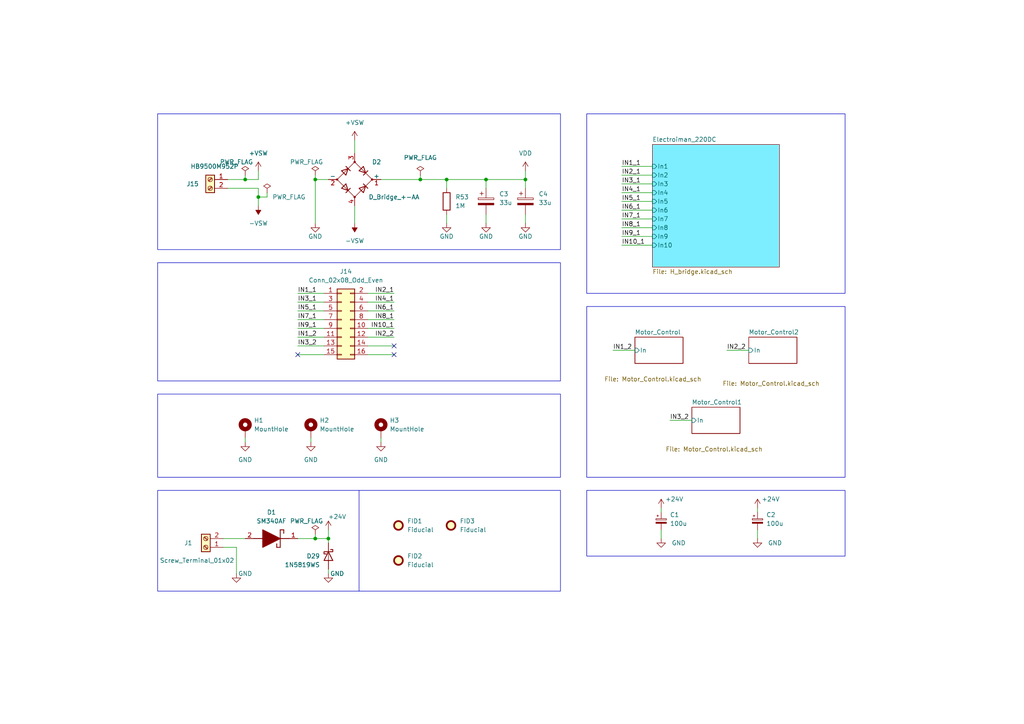
<source format=kicad_sch>
(kicad_sch (version 20230121) (generator eeschema)
  (paper "A4")
  (lib_symbols
    (symbol "Connector:Screw_Terminal_01x02" (pin_names (offset 1.016) hide)
      (property "Reference" "J" (at 0 2.54 0))
      (property "Value" "Screw_Terminal_01x02" (at 0 -5.08 0))
      (symbol "Screw_Terminal_01x02_1_1"
        (rectangle (start -1.27 1.27) (end 1.27 -3.81) (stroke (width 0.254)) (fill (type background)))
        (circle (center 0 -2.54) (radius 0.635) (stroke (width 0.1524)))
        (polyline (pts (xy -0.5334 -2.2098) (xy 0.3302 -3.048)) (stroke (width 0.1524)))
        (polyline (pts (xy -0.5334 0.3302) (xy 0.3302 -0.508)) (stroke (width 0.1524)))
        (polyline (pts (xy -0.3556 -2.032) (xy 0.508 -2.8702)) (stroke (width 0.1524)))
        (polyline (pts (xy -0.3556 0.508) (xy 0.508 -0.3302)) (stroke (width 0.1524)))
        (circle (center 0 0) (radius 0.635) (stroke (width 0.1524)))
        (pin passive line (at -5.08 0 0) (length 3.81) (name "Pin_1") (number "1"))
        (pin passive line (at -5.08 -2.54 0) (length 3.81) (name "Pin_2") (number "2"))
      )
    )
    (symbol "Connector_Generic:Conn_02x08_Odd_Even" (pin_names (offset 1.016) hide)
      (property "Reference" "J" (at 1.27 10.16 0))
      (property "Value" "Conn_02x08_Odd_Even" (at 1.27 -12.7 0))
      (symbol "Conn_02x08_Odd_Even_1_1"
        (rectangle (start -1.27 -10.033) (end 0 -10.287) (stroke (width 0.1524)))
        (rectangle (start -1.27 -7.493) (end 0 -7.747) (stroke (width 0.1524)))
        (rectangle (start -1.27 -4.953) (end 0 -5.207) (stroke (width 0.1524)))
        (rectangle (start -1.27 -2.413) (end 0 -2.667) (stroke (width 0.1524)))
        (rectangle (start -1.27 0.127) (end 0 -0.127) (stroke (width 0.1524)))
        (rectangle (start -1.27 2.667) (end 0 2.413) (stroke (width 0.1524)))
        (rectangle (start -1.27 5.207) (end 0 4.953) (stroke (width 0.1524)))
        (rectangle (start -1.27 7.747) (end 0 7.493) (stroke (width 0.1524)))
        (rectangle (start -1.27 8.89) (end 3.81 -11.43) (stroke (width 0.254)) (fill (type background)))
        (rectangle (start 3.81 -10.033) (end 2.54 -10.287) (stroke (width 0.1524)))
        (rectangle (start 3.81 -7.493) (end 2.54 -7.747) (stroke (width 0.1524)))
        (rectangle (start 3.81 -4.953) (end 2.54 -5.207) (stroke (width 0.1524)))
        (rectangle (start 3.81 -2.413) (end 2.54 -2.667) (stroke (width 0.1524)))
        (rectangle (start 3.81 0.127) (end 2.54 -0.127) (stroke (width 0.1524)))
        (rectangle (start 3.81 2.667) (end 2.54 2.413) (stroke (width 0.1524)))
        (rectangle (start 3.81 5.207) (end 2.54 4.953) (stroke (width 0.1524)))
        (rectangle (start 3.81 7.747) (end 2.54 7.493) (stroke (width 0.1524)))
        (pin passive line (at -5.08 7.62 0) (length 3.81) (name "Pin_1") (number "1"))
        (pin passive line (at 7.62 -2.54 180) (length 3.81) (name "Pin_10") (number "10"))
        (pin passive line (at -5.08 -5.08 0) (length 3.81) (name "Pin_11") (number "11"))
        (pin passive line (at 7.62 -5.08 180) (length 3.81) (name "Pin_12") (number "12"))
        (pin passive line (at -5.08 -7.62 0) (length 3.81) (name "Pin_13") (number "13"))
        (pin passive line (at 7.62 -7.62 180) (length 3.81) (name "Pin_14") (number "14"))
        (pin passive line (at -5.08 -10.16 0) (length 3.81) (name "Pin_15") (number "15"))
        (pin passive line (at 7.62 -10.16 180) (length 3.81) (name "Pin_16") (number "16"))
        (pin passive line (at 7.62 7.62 180) (length 3.81) (name "Pin_2") (number "2"))
        (pin passive line (at -5.08 5.08 0) (length 3.81) (name "Pin_3") (number "3"))
        (pin passive line (at 7.62 5.08 180) (length 3.81) (name "Pin_4") (number "4"))
        (pin passive line (at -5.08 2.54 0) (length 3.81) (name "Pin_5") (number "5"))
        (pin passive line (at 7.62 2.54 180) (length 3.81) (name "Pin_6") (number "6"))
        (pin passive line (at -5.08 0 0) (length 3.81) (name "Pin_7") (number "7"))
        (pin passive line (at 7.62 0 180) (length 3.81) (name "Pin_8") (number "8"))
        (pin passive line (at -5.08 -2.54 0) (length 3.81) (name "Pin_9") (number "9"))
      )
    )
    (symbol "Device:C_Polarized" (pin_numbers hide) (pin_names (offset 0.254))
      (property "Reference" "C" (at 0.635 2.54 0))
      (property "Value" "C_Polarized" (at 0.635 -2.54 0))
      (symbol "C_Polarized_0_1"
        (rectangle (start -2.286 0.508) (end 2.286 1.016))
        (polyline (pts (xy -1.778 2.286) (xy -0.762 2.286)))
        (polyline (pts (xy -1.27 2.794) (xy -1.27 1.778)))
        (rectangle (start 2.286 -0.508) (end -2.286 -1.016) (fill (type outline)))
      )
      (symbol "C_Polarized_1_1"
        (pin passive line (at 0 3.81 270) (length 2.794) (name "~") (number "1"))
        (pin passive line (at 0 -3.81 90) (length 2.794) (name "~") (number "2"))
      )
    )
    (symbol "Device:C_Polarized_Small" (pin_numbers hide) (pin_names (offset 0.254) hide)
      (property "Reference" "C" (at 0.254 1.778 0))
      (property "Value" "C_Polarized_Small" (at 0.254 -2.032 0))
      (symbol "C_Polarized_Small_0_1"
        (rectangle (start -1.524 -0.3048) (end 1.524 -0.6858) (fill (type outline)))
        (rectangle (start -1.524 0.6858) (end 1.524 0.3048))
        (polyline (pts (xy -1.27 1.524) (xy -0.762 1.524)))
        (polyline (pts (xy -1.016 1.27) (xy -1.016 1.778)))
      )
      (symbol "C_Polarized_Small_1_1"
        (pin passive line (at 0 2.54 270) (length 1.8542) (name "~") (number "1"))
        (pin passive line (at 0 -2.54 90) (length 1.8542) (name "~") (number "2"))
      )
    )
    (symbol "Device:D_Bridge_+-AA" (pin_names (offset 0))
      (property "Reference" "D" (at 2.54 6.985 0))
      (property "Value" "D_Bridge_+-AA" (at 2.54 5.08 0))
      (symbol "D_Bridge_+-AA_0_1"
        (circle (center -5.08 0) (radius 0.254) (fill (type outline)))
        (circle (center 0 -5.08) (radius 0.254) (fill (type outline)))
        (polyline (pts (xy -2.54 3.81) (xy -1.27 2.54)) (stroke (width 0.254)))
        (polyline (pts (xy -1.27 -2.54) (xy -2.54 -3.81)) (stroke (width 0.254)))
        (polyline (pts (xy 2.54 -1.27) (xy 3.81 -2.54)) (stroke (width 0.254)))
        (polyline (pts (xy 2.54 1.27) (xy 3.81 2.54)) (stroke (width 0.254)))
        (polyline (pts (xy -3.81 2.54) (xy -2.54 1.27) (xy -1.905 3.175) (xy -3.81 2.54)) (stroke (width 0.254)))
        (polyline (pts (xy -2.54 -1.27) (xy -3.81 -2.54) (xy -1.905 -3.175) (xy -2.54 -1.27)) (stroke (width 0.254)))
        (polyline (pts (xy 1.27 2.54) (xy 2.54 3.81) (xy 3.175 1.905) (xy 1.27 2.54)) (stroke (width 0.254)))
        (polyline (pts (xy 3.175 -1.905) (xy 1.27 -2.54) (xy 2.54 -3.81) (xy 3.175 -1.905)) (stroke (width 0.254)))
        (polyline (pts (xy -5.08 0) (xy 0 -5.08) (xy 5.08 0) (xy 0 5.08) (xy -5.08 0)))
        (circle (center 0 5.08) (radius 0.254) (fill (type outline)))
        (circle (center 5.08 0) (radius 0.254) (fill (type outline)))
      )
      (symbol "D_Bridge_+-AA_1_1"
        (pin passive line (at 7.62 0 180) (length 2.54) (name "+") (number "1"))
        (pin passive line (at -7.62 0 0) (length 2.54) (name "-") (number "2"))
        (pin passive line (at 0 7.62 270) (length 2.54) (name "~") (number "3"))
        (pin passive line (at 0 -7.62 90) (length 2.54) (name "~") (number "4"))
      )
    )
    (symbol "Device:R" (pin_numbers hide) (pin_names (offset 0))
      (property "Reference" "R" (at 2.032 0 90))
      (property "Value" "R" (at 0 0 90))
      (symbol "R_0_1"
        (rectangle (start -1.016 -2.54) (end 1.016 2.54) (stroke (width 0.254)))
      )
      (symbol "R_1_1"
        (pin passive line (at 0 3.81 270) (length 1.27) (name "~") (number "1"))
        (pin passive line (at 0 -3.81 90) (length 1.27) (name "~") (number "2"))
      )
    )
    (symbol "Diode:1N5819WS" (pin_numbers hide) (pin_names (offset 1.016) hide)
      (property "Reference" "D" (at 0 2.54 0))
      (property "Value" "1N5819WS" (at 0 -2.54 0))
      (symbol "1N5819WS_0_1"
        (polyline (pts (xy 1.27 0) (xy -1.27 0)))
        (polyline (pts (xy 1.27 1.27) (xy 1.27 -1.27) (xy -1.27 0) (xy 1.27 1.27)) (stroke (width 0.254)))
        (polyline (pts (xy -1.905 0.635) (xy -1.905 1.27) (xy -1.27 1.27) (xy -1.27 -1.27) (xy -0.635 -1.27) (xy -0.635 -0.635)) (stroke (width 0.254)))
      )
      (symbol "1N5819WS_1_1"
        (pin passive line (at -3.81 0 0) (length 2.54) (name "K") (number "1"))
        (pin passive line (at 3.81 0 180) (length 2.54) (name "A") (number "2"))
      )
    )
    (symbol "Mechanical:Fiducial"
      (property "Reference" "FID" (at 0 5.08 0))
      (property "Value" "Fiducial" (at 0 3.175 0))
      (symbol "Fiducial_0_1"
        (circle (center 0 0) (radius 1.27) (stroke (width 0.508)) (fill (type background)))
      )
    )
    (symbol "Mechanical:MountingHole_Pad" (pin_numbers hide) (pin_names (offset 1.016) hide)
      (property "Reference" "H" (at 0 6.35 0))
      (property "Value" "MountingHole_Pad" (at 0 4.445 0))
      (symbol "MountingHole_Pad_0_1"
        (circle (center 0 1.27) (radius 1.27) (stroke (width 1.27)))
      )
      (symbol "MountingHole_Pad_1_1"
        (pin input line (at 0 -2.54 90) (length 2.54) (name "1") (number "1"))
      )
    )
    (symbol "custom_motor:SM340AF" (pin_names hide)
      (property "Reference" "D" (at 12.7 8.89 0))
      (property "Value" "SM340AF" (at 12.7 6.35 0))
      (symbol "SM340AF_1_1"
        (polyline (pts (xy 5.08 0) (xy 7.62 0)) (stroke (width 0.254)))
        (polyline (pts (xy 6.604 -1.524) (xy 6.604 -2.54)) (stroke (width 0.254)))
        (polyline (pts (xy 7.62 -2.54) (xy 6.604 -2.54)) (stroke (width 0.254)))
        (polyline (pts (xy 7.62 2.54) (xy 7.62 -2.54)) (stroke (width 0.254)))
        (polyline (pts (xy 7.62 2.54) (xy 8.636 2.54)) (stroke (width 0.254)))
        (polyline (pts (xy 8.636 1.524) (xy 8.636 2.54)) (stroke (width 0.254)))
        (polyline (pts (xy 12.7 0) (xy 15.24 0)) (stroke (width 0.254)))
        (polyline (pts (xy 7.62 0) (xy 12.7 2.54) (xy 12.7 -2.54) (xy 7.62 0)) (stroke (width 0.254)) (fill (type outline)))
        (pin passive line (at 2.54 0 0) (length 2.54) (name "K") (number "1"))
        (pin passive line (at 17.78 0 180) (length 2.54) (name "A") (number "2"))
      )
    )
    (symbol "power:+24V" (power) (pin_names (offset 0))
      (property "Value" "+24V" (at 0 3.556 0))
      (symbol "+24V_0_1"
        (polyline (pts (xy -0.762 1.27) (xy 0 2.54)))
        (polyline (pts (xy 0 0) (xy 0 2.54)))
        (polyline (pts (xy 0 2.54) (xy 0.762 1.27)))
      )
      (symbol "+24V_1_1"
        (pin power_in line (at 0 0 90) (length 0) hide (name "+24V") (number "1"))
      )
    )
    (symbol "power:+VSW" (power) (pin_names (offset 0))
      (property "Value" "+VSW" (at 0 3.556 0))
      (symbol "+VSW_0_1"
        (polyline (pts (xy -0.762 1.27) (xy 0 2.54)))
        (polyline (pts (xy 0 0) (xy 0 2.54)))
        (polyline (pts (xy 0 2.54) (xy 0.762 1.27)))
      )
      (symbol "+VSW_1_1"
        (pin power_in line (at 0 0 90) (length 0) hide (name "+VSW") (number "1"))
      )
    )
    (symbol "power:-VSW" (power) (pin_names (offset 0))
      (property "Value" "-VSW" (at 0 3.81 0))
      (symbol "-VSW_0_0"
        (pin power_in line (at 0 0 90) (length 0) hide (name "-VSW") (number "1"))
      )
      (symbol "-VSW_0_1"
        (polyline (pts (xy 0 0) (xy 0 1.27) (xy 0.762 1.27) (xy 0 2.54) (xy -0.762 1.27) (xy 0 1.27)) (fill (type outline)))
      )
    )
    (symbol "power:GND" (power) (pin_names (offset 0))
      (property "Value" "GND" (at 0 -3.81 0))
      (symbol "GND_0_1"
        (polyline (pts (xy 0 0) (xy 0 -1.27) (xy 1.27 -1.27) (xy 0 -2.54) (xy -1.27 -1.27) (xy 0 -1.27)))
      )
      (symbol "GND_1_1"
        (pin power_in line (at 0 0 270) (length 0) hide (name "GND") (number "1"))
      )
    )
    (symbol "power:PWR_FLAG" (power) (pin_numbers hide) (pin_names (offset 0) hide)
      (property "Value" "PWR_FLAG" (at 0 3.81 0))
      (symbol "PWR_FLAG_0_0"
        (pin power_out line (at 0 0 90) (length 0) (name "pwr") (number "1"))
      )
      (symbol "PWR_FLAG_0_1"
        (polyline (pts (xy 0 0) (xy 0 1.27) (xy -1.016 1.905) (xy 0 2.54) (xy 1.016 1.905) (xy 0 1.27)))
      )
    )
    (symbol "power:VDD" (power) (pin_names (offset 0))
      (property "Value" "VDD" (at 0 3.81 0))
      (symbol "VDD_0_1"
        (polyline (pts (xy -0.762 1.27) (xy 0 2.54)))
        (polyline (pts (xy 0 0) (xy 0 2.54)))
        (polyline (pts (xy 0 2.54) (xy 0.762 1.27)))
      )
      (symbol "VDD_1_1"
        (pin power_in line (at 0 0 90) (length 0) hide (name "VDD") (number "1"))
      )
    )
  )
  (junction (at 129.54 52.07))
  (junction (at 140.97 52.07))
  (junction (at 152.4 52.07))
  (junction (at 74.93 57.15))
  (junction (at 91.44 156.21))
  (junction (at 121.92 52.07))
  (junction (at 91.44 52.07))
  (junction (at 71.12 52.07))
  (junction (at 95.25 156.21))
  (no_connect (at 114.3 100.33))
  (no_connect (at 86.36 102.87))
  (no_connect (at 114.3 102.87))
  (wire (pts (xy 210.82 101.6) (xy 217.17 101.6)))
  (wire (pts (xy 74.93 59.69) (xy 74.93 57.15)))
  (wire (pts (xy 194.31 121.92) (xy 200.66 121.92)))
  (wire (pts (xy 152.4 62.23) (xy 152.4 64.77)))
  (wire (pts (xy 129.54 52.07) (xy 140.97 52.07)))
  (wire (pts (xy 86.36 97.79) (xy 93.98 97.79)))
  (wire (pts (xy 180.34 68.58) (xy 189.23 68.58)))
  (wire (pts (xy 86.36 85.09) (xy 93.98 85.09)))
  (wire (pts (xy 152.4 52.07) (xy 140.97 52.07)))
  (wire (pts (xy 114.3 102.87) (xy 106.68 102.87)))
  (wire (pts (xy 121.92 52.07) (xy 129.54 52.07)))
  (wire (pts (xy 180.34 55.88) (xy 189.23 55.88)))
  (wire (pts (xy 86.36 95.25) (xy 93.98 95.25)))
  (wire (pts (xy 66.04 52.07) (xy 71.12 52.07)))
  (wire (pts (xy 91.44 156.21) (xy 95.25 156.21)))
  (wire (pts (xy 180.34 60.96) (xy 189.23 60.96)))
  (wire (pts (xy 86.36 156.21) (xy 91.44 156.21)))
  (wire (pts (xy 86.36 92.71) (xy 93.98 92.71)))
  (wire (pts (xy 74.93 52.07) (xy 71.12 52.07)))
  (wire (pts (xy 140.97 52.07) (xy 140.97 54.61)))
  (wire (pts (xy 74.93 54.61) (xy 74.93 57.15)))
  (wire (pts (xy 177.8 101.6) (xy 184.15 101.6)))
  (wire (pts (xy 180.34 58.42) (xy 189.23 58.42)))
  (wire (pts (xy 110.49 52.07) (xy 121.92 52.07)))
  (wire (pts (xy 152.4 49.53) (xy 152.4 52.07)))
  (wire (pts (xy 152.4 54.61) (xy 152.4 52.07)))
  (wire (pts (xy 180.34 66.04) (xy 189.23 66.04)))
  (wire (pts (xy 74.93 49.53) (xy 74.93 52.07)))
  (wire (pts (xy 77.47 57.15) (xy 74.93 57.15)))
  (wire (pts (xy 71.12 50.8) (xy 71.12 52.07)))
  (wire (pts (xy 129.54 52.07) (xy 129.54 54.61)))
  (wire (pts (xy 91.44 50.8) (xy 91.44 52.07)))
  (wire (pts (xy 102.87 59.69) (xy 102.87 64.77)))
  (wire (pts (xy 180.34 71.12) (xy 189.23 71.12)))
  (wire (pts (xy 95.25 153.67) (xy 95.25 156.21)))
  (wire (pts (xy 68.58 158.75) (xy 64.77 158.75)))
  (wire (pts (xy 66.04 54.61) (xy 74.93 54.61)))
  (wire (pts (xy 95.25 165.1) (xy 95.25 166.37)))
  (wire (pts (xy 86.36 87.63) (xy 93.98 87.63)))
  (wire (pts (xy 129.54 62.23) (xy 129.54 64.77)))
  (wire (pts (xy 219.71 153.67) (xy 219.71 156.21)))
  (wire (pts (xy 90.17 127) (xy 90.17 128.27)))
  (wire (pts (xy 180.34 50.8) (xy 189.23 50.8)))
  (wire (pts (xy 71.12 127) (xy 71.12 128.27)))
  (wire (pts (xy 219.71 147.32) (xy 219.71 148.59)))
  (wire (pts (xy 91.44 154.94) (xy 91.44 156.21)))
  (wire (pts (xy 191.77 153.67) (xy 191.77 156.21)))
  (wire (pts (xy 140.97 62.23) (xy 140.97 64.77)))
  (wire (pts (xy 180.34 63.5) (xy 189.23 63.5)))
  (wire (pts (xy 121.92 50.8) (xy 121.92 52.07)))
  (wire (pts (xy 91.44 52.07) (xy 91.44 64.77)))
  (wire (pts (xy 114.3 85.09) (xy 106.68 85.09)))
  (wire (pts (xy 106.68 90.17) (xy 114.3 90.17)))
  (wire (pts (xy 86.36 100.33) (xy 93.98 100.33)))
  (wire (pts (xy 110.49 127) (xy 110.49 128.27)))
  (wire (pts (xy 86.36 102.87) (xy 93.98 102.87)))
  (wire (pts (xy 180.34 53.34) (xy 189.23 53.34)))
  (wire (pts (xy 86.36 90.17) (xy 93.98 90.17)))
  (wire (pts (xy 114.3 97.79) (xy 106.68 97.79)))
  (wire (pts (xy 114.3 100.33) (xy 106.68 100.33)))
  (wire (pts (xy 64.77 156.21) (xy 71.12 156.21)))
  (wire (pts (xy 191.77 147.32) (xy 191.77 148.59)))
  (wire (pts (xy 68.58 166.37) (xy 68.58 158.75)))
  (wire (pts (xy 180.34 48.26) (xy 189.23 48.26)))
  (wire (pts (xy 114.3 87.63) (xy 106.68 87.63)))
  (wire (pts (xy 77.47 55.88) (xy 77.47 57.15)))
  (wire (pts (xy 114.3 95.25) (xy 106.68 95.25)))
  (wire (pts (xy 102.87 40.64) (xy 102.87 44.45)))
  (wire (pts (xy 91.44 52.07) (xy 95.25 52.07)))
  (wire (pts (xy 114.3 92.71) (xy 106.68 92.71)))
  (wire (pts (xy 95.25 156.21) (xy 95.25 157.48)))
  (rectangle (start 170.18 33.02) (end 245.11 85.09))
  (rectangle (start 45.72 114.3) (end 162.56 138.43))
  (rectangle (start 170.18 142.24) (end 245.11 161.29))
  (rectangle (start 45.72 142.24) (end 162.56 171.45))
  (rectangle (start 45.72 33.02) (end 162.56 72.39))
  (rectangle (start 170.18 88.9) (end 245.11 138.43))
  (rectangle (start 45.72 76.2) (end 162.56 110.49))
  (rectangle (start 104.14 142.24) (end 104.14 171.45))
  (label "IN8_1" (at 114.3 92.71 180))
  (label "IN4_1" (at 114.3 87.63 180))
  (label "IN1_1" (at 180.34 48.26 0))
  (label "IN2_1" (at 180.34 50.8 0))
  (label "IN10_1" (at 180.34 71.12 0))
  (label "IN7_1" (at 86.36 92.71 0))
  (label "IN1_1" (at 86.36 85.09 0))
  (label "IN1_2" (at 177.8 101.6 0))
  (label "IN9_1" (at 86.36 95.25 0))
  (label "IN9_1" (at 180.34 68.58 0))
  (label "IN3_1" (at 86.36 87.63 0))
  (label "IN4_1" (at 180.34 55.88 0))
  (label "IN7_1" (at 180.34 63.5 0))
  (label "IN5_1" (at 180.34 58.42 0))
  (label "IN8_1" (at 180.34 66.04 0))
  (label "IN5_1" (at 86.36 90.17 0))
  (label "IN6_1" (at 114.3 90.17 180))
  (label "IN2_1" (at 114.3 85.09 180))
  (label "IN6_1" (at 180.34 60.96 0))
  (label "IN1_2" (at 86.36 97.79 0))
  (label "IN3_1" (at 180.34 53.34 0))
  (label "IN3_2" (at 86.36 100.33 0))
  (label "IN3_2" (at 194.31 121.92 0))
  (label "IN10_1" (at 114.3 95.25 180))
  (label "IN2_2" (at 114.3 97.79 180))
  (label "IN2_2" (at 210.82 101.6 0))
  (symbol (lib_id "Device:R") (at 129.54 58.42 0) (unit 1)
    (property "Reference" "R53" (at 132.08 57.15 0) (effects (justify left)))
    (property "Value" "1M" (at 132.08 59.69 0) (effects (justify left)))
    (property "Footprint" "Resistor_SMD:R_1206_3216Metric" (effects hide))
  )
  (symbol (lib_id "power:-VSW") (at 102.87 64.77 180) (unit 1)
    (property "Reference" "#PWR03" (effects hide))
    (property "Value" "-VSW" (at 102.87 69.85 0))
  )
  (symbol (lib_id "power:GND") (at 110.49 128.27 0) (unit 1)
    (property "Reference" "#PWR026" (effects hide))
    (property "Value" "GND" (at 110.49 133.35 0))
  )
  (symbol (lib_id "power:PWR_FLAG") (at 91.44 50.8 0) (unit 1)
    (property "Reference" "#FLG02" (effects hide))
    (property "Value" "PWR_FLAG" (at 88.9 46.99 0))
  )
  (symbol (lib_id "power:PWR_FLAG") (at 91.44 154.94 0) (unit 1)
    (property "Reference" "#FLG03" (effects hide))
    (property "Value" "PWR_FLAG" (at 88.9 151.13 0))
  )
  (symbol (lib_id "power:GND") (at 140.97 64.77 0) (unit 1)
    (property "Reference" "#PWR07" (effects hide))
    (property "Value" "GND" (at 140.97 68.58 0))
  )
  (symbol (lib_id "power:GND") (at 95.25 166.37 0) (unit 1)
    (property "Reference" "#PWR060" (effects hide))
    (property "Value" "GND" (at 97.79 166.37 0))
  )
  (symbol (lib_id "power:+VSW") (at 74.93 49.53 0) (unit 1)
    (property "Reference" "#PWR05" (effects hide))
    (property "Value" "+VSW" (at 74.93 44.45 0))
  )
  (symbol (lib_id "Connector:Screw_Terminal_01x02") (at 59.69 158.75 180) (unit 1)
    (property "Reference" "J1" (at 54.61 157.48 0))
    (property "Value" "Screw_Terminal_01x02" (at 57.15 162.56 0))
    (property "Footprint" "TerminalBlock_Phoenix:TerminalBlock_Phoenix_MKDS-1,5-2_1x02_P5.00mm_Horizontal" (effects hide))
    (property "LCSC_Link" "https://www.lcsc.com/product-detail/span-style-background-color-ff0-Screw-span-span-style-background-color-ff0-Terminal-span-Blocks_MAX-MX127-5-0-02P-GN01-Cu-Y-A_C5188440.html" (effects hide))
    (property "LCSC_Reference" "C5188440" (effects hide))
    (property "Manufacturer_Name" "MAX" (effects hide))
    (property "Manufacturer_Part_Number" " 	MX127-5.0-02P-GN01-Cu-Y-A" (effects hide))
  )
  (symbol (lib_id "power:GND") (at 71.12 128.27 0) (unit 1)
    (property "Reference" "#PWR024" (effects hide))
    (property "Value" "GND" (at 71.12 133.35 0))
  )
  (symbol (lib_id "Device:C_Polarized_Small") (at 219.71 151.13 0) (unit 1)
    (property "Reference" "C2" (at 222.25 149.3139 0) (effects (justify left)))
    (property "Value" "100u" (at 222.25 151.8539 0) (effects (justify left)))
    (property "Footprint" "Capacitor_SMD:CP_Elec_6.3x7.7" (effects hide))
  )
  (symbol (lib_id "Mechanical:Fiducial") (at 115.57 162.56 0) (unit 1) (in_bom no)
    (property "Reference" "FID2" (at 118.11 161.29 0) (effects (justify left)))
    (property "Value" "Fiducial" (at 118.11 163.83 0) (effects (justify left)))
    (property "Footprint" "Fiducial:Fiducial_1.5mm_Mask3mm" (effects hide))
  )
  (symbol (lib_id "Device:C_Polarized") (at 152.4 58.42 0) (unit 1)
    (property "Reference" "C4" (at 156.21 56.261 0) (effects (justify left)))
    (property "Value" "33u" (at 156.21 58.801 0) (effects (justify left)))
    (property "Footprint" "Capacitor_THT:CP_Radial_D16.0mm_P7.50mm" (effects hide))
    (property "LCSC_Link" "https://www.lcsc.com/product-detail/Aluminum-Electrolytic-Capacitors-Leaded_Samwha-span-style-background-color-ff0-Capacitor-span-SD2W336M16025PA_C528715.html" (effects hide))
    (property "LCSC_Reference" "C528715" (effects hide))
    (property "Manufacturer_Name" "Samwha Capacitor" (effects hide))
    (property "Manufacturer_Part_Number" "SD2W336M16025PA" (effects hide))
  )
  (symbol (lib_id "custom_motor:SM340AF") (at 88.9 156.21 180) (unit 1)
    (property "Reference" "D1" (at 78.74 148.59 0))
    (property "Value" "SM340AF" (at 78.74 151.13 0))
    (property "Footprint" "custom_motor:SODFL4625X120N" (effects hide))
    (property "Datasheet" "https://datasheet.lcsc.com/lcsc/1912111437_LRC-SM340AF_C354996.pdf" (effects hide))
    (property "Height" "1.2" (effects hide))
    (property "Manufacturer_Name" "LRC" (effects hide))
    (property "Manufacturer_Part_Number" "SM340AF" (effects hide))
    (property "LCSC_Link" "https://www.lcsc.com/product-detail/Schottky-Diodes_LRC-SM340AF_C354996.html" (effects hide))
    (property "LCSC_Reference" "C354996" (effects hide))
  )
  (symbol (lib_id "power:GND") (at 129.54 64.77 0) (unit 1)
    (property "Reference" "#PWR061" (effects hide))
    (property "Value" "GND" (at 129.54 68.58 0))
  )
  (symbol (lib_id "Mechanical:MountingHole_Pad") (at 90.17 124.46 0) (unit 1) (in_bom no)
    (property "Reference" "H2" (at 92.71 121.92 0) (effects (justify left)))
    (property "Value" "MountHole" (at 92.71 124.46 0) (effects (justify left)))
    (property "Footprint" "MountingHole:MountingHole_3.2mm_M3_Pad_Via" (effects hide))
  )
  (symbol (lib_id "Connector_Generic:Conn_02x08_Odd_Even") (at 99.06 92.71 0) (unit 1)
    (property "Reference" "J14" (at 100.33 78.74 0))
    (property "Value" "Conn_02x08_Odd_Even" (at 100.33 81.28 0))
    (property "Footprint" "Connector_IDC:IDC-Header_2x08_P2.54mm_Vertical" (effects hide))
    (property "LCSC_Link" "https://www.lcsc.com/product-detail/IDC-Connectors_BOOMELE-Boom-Precision-Elec-2-54-2-8P_C3406.html" (effects hide))
    (property "LCSC_Reference" "C3406" (effects hide))
    (property "Manufacturer_Name" " 	BOOMELE(Boom Precision Elec)" (effects hide))
    (property "Manufacturer_Part_Number" "2.54-2*8P" (effects hide))
  )
  (symbol (lib_id "Device:C_Polarized_Small") (at 191.77 151.13 0) (unit 1)
    (property "Reference" "C1" (at 194.31 149.3139 0) (effects (justify left)))
    (property "Value" "100u" (at 194.31 151.8539 0) (effects (justify left)))
    (property "Footprint" "Capacitor_SMD:CP_Elec_6.3x7.7" (effects hide))
  )
  (symbol (lib_id "power:GND") (at 90.17 128.27 0) (unit 1)
    (property "Reference" "#PWR025" (effects hide))
    (property "Value" "GND" (at 90.17 133.35 0))
  )
  (symbol (lib_id "Mechanical:Fiducial") (at 115.57 152.4 0) (unit 1) (in_bom no)
    (property "Reference" "FID1" (at 118.11 151.13 0) (effects (justify left)))
    (property "Value" "Fiducial" (at 118.11 153.67 0) (effects (justify left)))
    (property "Footprint" "Fiducial:Fiducial_1.5mm_Mask3mm" (effects hide))
  )
  (symbol (lib_id "power:GND") (at 68.58 166.37 0) (unit 1)
    (property "Reference" "#PWR068" (effects hide))
    (property "Value" "GND" (at 71.12 166.37 0))
  )
  (symbol (lib_id "power:GND") (at 152.4 64.77 0) (unit 1)
    (property "Reference" "#PWR09" (effects hide))
    (property "Value" "GND" (at 152.4 68.58 0))
  )
  (symbol (lib_id "power:-VSW") (at 74.93 59.69 180) (unit 1)
    (property "Reference" "#PWR06" (effects hide))
    (property "Value" "-VSW" (at 74.93 64.77 0))
  )
  (symbol (lib_id "power:+24V") (at 191.77 147.32 0) (unit 1)
    (property "Reference" "#PWR057" (effects hide))
    (property "Value" "+24V" (at 195.58 144.78 0))
  )
  (symbol (lib_id "Diode:1N5819WS") (at 95.25 161.29 270) (unit 1)
    (property "Reference" "D29" (at 88.9 161.29 90) (effects (justify left)))
    (property "Value" "1N5819WS" (at 82.55 163.83 90) (effects (justify left)))
    (property "Footprint" "Diode_SMD:D_SOD-323" (effects hide))
    (property "Datasheet" "https://datasheet.lcsc.com/lcsc/2204281430_Guangdong-Hottech-1N5819WS_C191023.pdf" (effects hide))
  )
  (symbol (lib_id "power:PWR_FLAG") (at 121.92 50.8 0) (unit 1)
    (property "Reference" "#FLG04" (effects hide))
    (property "Value" "PWR_FLAG" (at 121.92 45.72 0))
  )
  (symbol (lib_id "Device:C_Polarized") (at 140.97 58.42 0) (unit 1)
    (property "Reference" "C3" (at 144.78 56.261 0) (effects (justify left)))
    (property "Value" "33u" (at 144.78 58.801 0) (effects (justify left)))
    (property "Footprint" "Capacitor_THT:CP_Radial_D16.0mm_P7.50mm" (effects hide))
    (property "LCSC_Link" "https://www.lcsc.com/product-detail/Aluminum-Electrolytic-Capacitors-Leaded_Samwha-span-style-background-color-ff0-Capacitor-span-SD2W336M16025PA_C528715.html" (effects hide))
    (property "LCSC_Reference" "C528715" (effects hide))
    (property "Manufacturer_Name" "Samwha Capacitor" (effects hide))
    (property "Manufacturer_Part_Number" "SD2W336M16025PA" (effects hide))
  )
  (symbol (lib_id "power:PWR_FLAG") (at 71.12 50.8 0) (unit 1)
    (property "Reference" "#FLG05" (effects hide))
    (property "Value" "PWR_FLAG" (at 68.58 46.99 0))
  )
  (symbol (lib_id "power:+24V") (at 219.71 147.32 0) (unit 1)
    (property "Reference" "#PWR058" (effects hide))
    (property "Value" "+24V" (at 223.52 144.78 0))
  )
  (symbol (lib_id "power:GND") (at 191.77 156.21 0) (unit 1)
    (property "Reference" "#PWR027" (effects hide))
    (property "Value" "GND" (at 196.85 157.48 0))
  )
  (symbol (lib_id "power:+VSW") (at 102.87 40.64 0) (unit 1)
    (property "Reference" "#PWR02" (effects hide))
    (property "Value" "+VSW" (at 102.87 35.56 0))
  )
  (symbol (lib_id "power:GND") (at 219.71 156.21 0) (unit 1)
    (property "Reference" "#PWR059" (effects hide))
    (property "Value" "GND" (at 224.79 157.48 0))
  )
  (symbol (lib_id "power:VDD") (at 152.4 49.53 0) (unit 1)
    (property "Reference" "#PWR08" (effects hide))
    (property "Value" "VDD" (at 152.4 44.45 0))
  )
  (symbol (lib_id "Mechanical:Fiducial") (at 130.81 152.4 0) (unit 1) (in_bom no)
    (property "Reference" "FID3" (at 133.35 151.13 0) (effects (justify left)))
    (property "Value" "Fiducial" (at 133.35 153.67 0) (effects (justify left)))
    (property "Footprint" "Fiducial:Fiducial_1.5mm_Mask3mm" (effects hide))
  )
  (symbol (lib_id "Connector:Screw_Terminal_01x02") (at 60.96 52.07 0) (mirror y) (unit 1)
    (property "Reference" "J15" (at 55.88 53.34 0))
    (property "Value" "HB9500M952P" (at 62.23 48.26 0))
    (property "Footprint" "custom_motor:HB9500M952P" (effects hide))
    (property "LCSC_Link" "https://www.lcsc.com/product-detail/Barrier-Terminal-Blocks_Ningbo-Kangnex-Elec-HB9500M-9-5-2P_C601239.html" (effects hide))
    (property "LCSC_Reference" "C601239" (effects hide))
    (property "Manufacturer_Name" "Ningbo Kangnex Elec" (effects hide))
    (property "Manufacturer_Part_Number" "HB9500M-9.5-2P" (effects hide))
  )
  (symbol (lib_id "Mechanical:MountingHole_Pad") (at 71.12 124.46 0) (unit 1) (in_bom no)
    (property "Reference" "H1" (at 73.66 121.92 0) (effects (justify left)))
    (property "Value" "MountHole" (at 73.66 124.46 0) (effects (justify left)))
    (property "Footprint" "MountingHole:MountingHole_3.2mm_M3_Pad_Via" (effects hide))
  )
  (symbol (lib_id "power:GND") (at 91.44 64.77 0) (unit 1)
    (property "Reference" "#PWR01" (effects hide))
    (property "Value" "GND" (at 91.44 68.58 0))
  )
  (symbol (lib_id "power:PWR_FLAG") (at 77.47 55.88 0) (unit 1)
    (property "Reference" "#FLG01" (effects hide))
    (property "Value" "PWR_FLAG" (at 83.82 57.15 0))
  )
  (symbol (lib_id "power:+24V") (at 95.25 153.67 0) (unit 1)
    (property "Reference" "#PWR075" (effects hide))
    (property "Value" "+24V" (at 97.79 149.86 0))
  )
  (symbol (lib_id "Mechanical:MountingHole_Pad") (at 110.49 124.46 0) (unit 1) (in_bom no)
    (property "Reference" "H3" (at 113.03 121.92 0) (effects (justify left)))
    (property "Value" "MountHole" (at 113.03 124.46 0) (effects (justify left)))
    (property "Footprint" "MountingHole:MountingHole_3.2mm_M3_Pad_Via" (effects hide))
  )
  (symbol (lib_id "Device:D_Bridge_+-AA") (at 102.87 52.07 0) (unit 1)
    (property "Reference" "D2" (at 109.22 46.99 0))
    (property "Value" "D_Bridge_+-AA" (at 114.3 57.15 0))
    (property "Footprint" "custom_motor:SOTFL510P865X150-4N" (effects hide))
    (property "LCSC_Link" "https://www.lcsc.com/product-detail/Bridge-Rectifiers_GOODWORK-MSB30M_C21713958.html" (effects hide))
    (property "LCSC_Reference" "C21713958" (effects hide))
    (property "Manufacturer_Name" "GOODWORK" (effects hide))
    (property "Manufacturer_Part_Number" "MSB30M" (effects hide))
  )
  (sheet (at 184.15 97.79) (size 13.97 7.62) (stroke (width 0.1524))
    (property "Sheetname" "Motor_Control" (at 184.15 97.0784 0) (effects (justify left bottom)))
    (property "Sheetfile" "Motor_Control.kicad_sch" (at 175.26 109.22 0) (effects (justify left top)))
    (pin "In" input (at 184.15 101.6 180))
  )
  (sheet (at 189.23 41.91) (size 36.83 35.56) (stroke (width 0.1524)) (fill (color 124 238 255 1.0000))
    (property "Sheetname" "Electroiman_220DC" (at 189.23 41.1984 0) (effects (justify left bottom)))
    (property "Sheetfile" "H_bridge.kicad_sch" (at 189.23 78.0546 0) (effects (justify left top)))
    (pin "In7" input (at 189.23 63.5 180))
    (pin "In8" input (at 189.23 66.04 180))
    (pin "In1" input (at 189.23 48.26 180))
    (pin "In2" input (at 189.23 50.8 180))
    (pin "In10" input (at 189.23 71.12 180))
    (pin "In9" input (at 189.23 68.58 180))
    (pin "In5" input (at 189.23 58.42 180))
    (pin "In4" input (at 189.23 55.88 180))
    (pin "In3" input (at 189.23 53.34 180))
    (pin "In6" input (at 189.23 60.96 180))
  )
  (sheet (at 200.66 118.11) (size 13.97 7.62) (stroke (width 0.1524))
    (property "Sheetname" "Motor_Control1" (at 200.66 117.3984 0) (effects (justify left bottom)))
    (property "Sheetfile" "Motor_Control.kicad_sch" (at 193.04 129.54 0) (effects (justify left top)))
    (pin "In" input (at 200.66 121.92 180))
  )
  (sheet (at 217.17 97.79) (size 13.97 7.62) (stroke (width 0.1524))
    (property "Sheetname" "Motor_Control2" (at 217.17 97.0784 0) (effects (justify left bottom)))
    (property "Sheetfile" "Motor_Control.kicad_sch" (at 209.55 110.49 0) (effects (justify left top)))
    (pin "In" input (at 217.17 101.6 180))
  )
)
</source>
